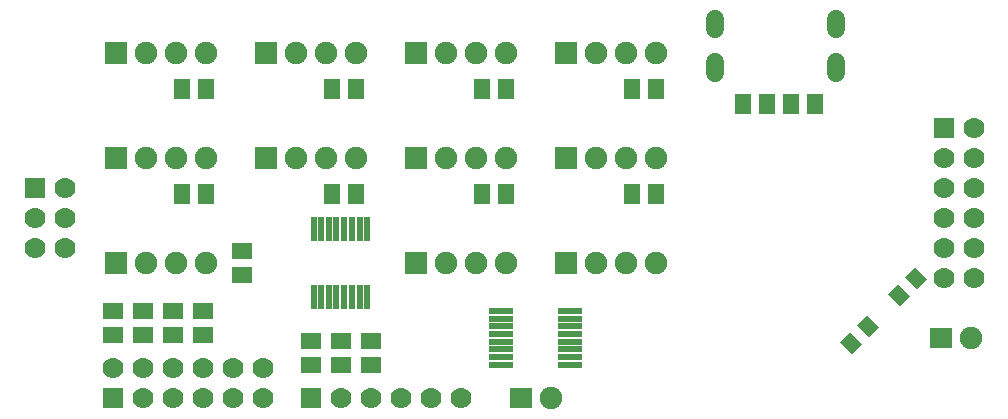
<source format=gbs>
G04 ---------------------------- Layer name :BOTTOM SOLDER LAYER*
G04 EasyEDA v5.8.22, Tue, 08 Jan 2019 20:33:26 GMT*
G04 129acfe98f9248dba87738b5e980386f*
G04 Gerber Generator version 0.2*
G04 Scale: 100 percent, Rotated: No, Reflected: No *
G04 Dimensions in inches *
G04 leading zeros omitted , absolute positions ,2 integer and 4 decimal *
%FSLAX24Y24*%
%MOIN*%
G90*
G70D02*

%ADD43C,0.059181*%
%ADD48R,0.074929X0.074929*%
%ADD49C,0.074929*%
%ADD50C,0.070000*%
%ADD51R,0.070000X0.070000*%
%ADD54R,0.065870X0.053670*%
%ADD55R,0.053670X0.065870*%
%ADD58R,0.074929X0.070000*%
%ADD60R,0.079000X0.024000*%
%ADD61R,0.024000X0.079000*%

%LPD*%
G54D43*
G01X23482Y13279D02*
G01X23482Y13634D01*
G01X27517Y13279D02*
G01X27517Y13634D01*
G01X27517Y11822D02*
G01X27517Y12177D01*
G01X23482Y11822D02*
G01X23482Y12177D01*
G54D60*
G01X18639Y3894D03*
G01X18639Y3634D03*
G01X18639Y3384D03*
G01X18639Y3125D03*
G01X18639Y2865D03*
G01X18639Y2615D03*
G01X18639Y2355D03*
G01X18639Y2105D03*
G01X16360Y2105D03*
G01X16360Y2355D03*
G01X16360Y2615D03*
G01X16360Y2865D03*
G01X16360Y3125D03*
G01X16360Y3384D03*
G01X16360Y3634D03*
G01X16360Y3894D03*
G54D61*
G01X11894Y4359D03*
G01X11635Y4359D03*
G01X11385Y4359D03*
G01X11125Y4359D03*
G01X10864Y4359D03*
G01X10614Y4359D03*
G01X10355Y4359D03*
G01X10105Y4359D03*
G01X10105Y6640D03*
G01X10355Y6640D03*
G01X10614Y6640D03*
G01X10864Y6640D03*
G01X11125Y6640D03*
G01X11385Y6640D03*
G01X11635Y6640D03*
G01X11894Y6640D03*
G36*
G01X28539Y3748D02*
G01X28217Y3426D01*
G01X28626Y3017D01*
G01X28948Y3340D01*
G01X28539Y3748D01*
G37*
G36*
G01X27973Y3182D02*
G01X27651Y2859D01*
G01X28060Y2451D01*
G01X28382Y2773D01*
G01X27973Y3182D01*
G37*
G36*
G01X29660Y4051D02*
G01X29982Y4373D01*
G01X29573Y4782D01*
G01X29251Y4459D01*
G01X29660Y4051D01*
G37*
G36*
G01X30226Y4617D02*
G01X30548Y4940D01*
G01X30139Y5348D01*
G01X29817Y5026D01*
G01X30226Y4617D01*
G37*
G54D55*
G01X26000Y10800D03*
G01X26800Y10800D03*
G01X25200Y10800D03*
G01X24400Y10800D03*
G54D54*
G01X3400Y3099D03*
G01X3400Y3899D03*
G01X4400Y3099D03*
G01X4400Y3899D03*
G01X5400Y3099D03*
G01X5400Y3899D03*
G01X6400Y3099D03*
G01X6400Y3899D03*
G01X12000Y2099D03*
G01X12000Y2899D03*
G01X11000Y2099D03*
G01X11000Y2899D03*
G01X10000Y2099D03*
G01X10000Y2899D03*
G01X7700Y5099D03*
G01X7700Y5899D03*
G54D55*
G01X21500Y7800D03*
G01X20700Y7800D03*
G01X16500Y7800D03*
G01X15700Y7800D03*
G01X6500Y7800D03*
G01X5700Y7800D03*
G01X11500Y7800D03*
G01X10700Y7800D03*
G01X21500Y11300D03*
G01X20700Y11300D03*
G01X16500Y11300D03*
G01X15700Y11300D03*
G01X11500Y11300D03*
G01X10700Y11300D03*
G01X6500Y11300D03*
G01X5700Y11300D03*
G54D48*
G01X3500Y12500D03*
G54D49*
G01X4500Y12500D03*
G01X5500Y12500D03*
G01X6500Y12500D03*
G54D48*
G01X8500Y12500D03*
G54D49*
G01X9500Y12500D03*
G01X10500Y12500D03*
G01X11500Y12500D03*
G54D48*
G01X13500Y12500D03*
G54D49*
G01X14500Y12500D03*
G01X15500Y12500D03*
G01X16500Y12500D03*
G54D48*
G01X18500Y12500D03*
G54D49*
G01X19500Y12500D03*
G01X20500Y12500D03*
G01X21500Y12500D03*
G54D48*
G01X8500Y9000D03*
G54D49*
G01X9500Y9000D03*
G01X10500Y9000D03*
G01X11500Y9000D03*
G54D48*
G01X3500Y9000D03*
G54D49*
G01X4500Y9000D03*
G01X5500Y9000D03*
G01X6500Y9000D03*
G54D48*
G01X13500Y9000D03*
G54D49*
G01X14500Y9000D03*
G01X15500Y9000D03*
G01X16500Y9000D03*
G54D48*
G01X18500Y9000D03*
G54D49*
G01X19500Y9000D03*
G01X20500Y9000D03*
G01X21500Y9000D03*
G54D48*
G01X3500Y5500D03*
G54D49*
G01X4500Y5500D03*
G01X5500Y5500D03*
G01X6500Y5500D03*
G54D48*
G01X13500Y5500D03*
G54D49*
G01X14500Y5500D03*
G01X15500Y5500D03*
G01X16500Y5500D03*
G54D50*
G01X32100Y5000D03*
G01X31100Y5000D03*
G01X32100Y6000D03*
G01X31100Y6000D03*
G01X32100Y7000D03*
G01X31100Y7000D03*
G01X32100Y8000D03*
G01X31100Y8000D03*
G01X32100Y9000D03*
G01X31100Y9000D03*
G01X32100Y10000D03*
G54D51*
G01X31100Y10000D03*
G54D48*
G01X18500Y5500D03*
G54D49*
G01X19500Y5500D03*
G01X20500Y5500D03*
G01X21500Y5500D03*
G54D58*
G01X31000Y3000D03*
G54D49*
G01X32000Y3000D03*
G54D50*
G01X8400Y2000D03*
G01X8400Y1000D03*
G01X7400Y2000D03*
G01X7400Y1000D03*
G01X6400Y2000D03*
G01X6400Y1000D03*
G01X5400Y2000D03*
G01X5400Y1000D03*
G01X4400Y2000D03*
G01X4400Y1000D03*
G01X3400Y2000D03*
G54D51*
G01X3400Y1000D03*
G54D50*
G01X1800Y6000D03*
G01X800Y6000D03*
G01X1800Y7000D03*
G01X800Y7000D03*
G01X1800Y8000D03*
G54D51*
G01X800Y8000D03*
G54D58*
G01X17000Y1000D03*
G54D49*
G01X18000Y1000D03*
G54D50*
G01X15000Y1000D03*
G01X14000Y1000D03*
G01X13000Y1000D03*
G01X12000Y1000D03*
G01X11000Y1000D03*
G54D51*
G01X10000Y1000D03*
M00*
M02*

</source>
